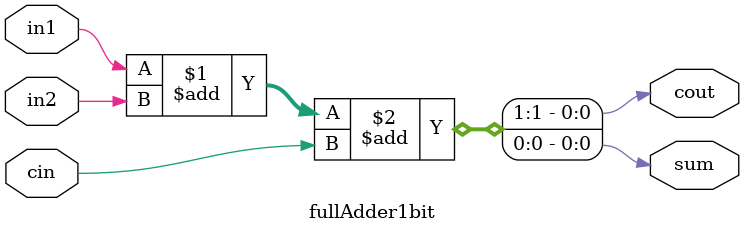
<source format=v>
module fullAdder1bit(output cout, output sum, input in1, input in2, input cin);
    assign {cout,sum}=in1+in2+cin;
endmodule
</source>
